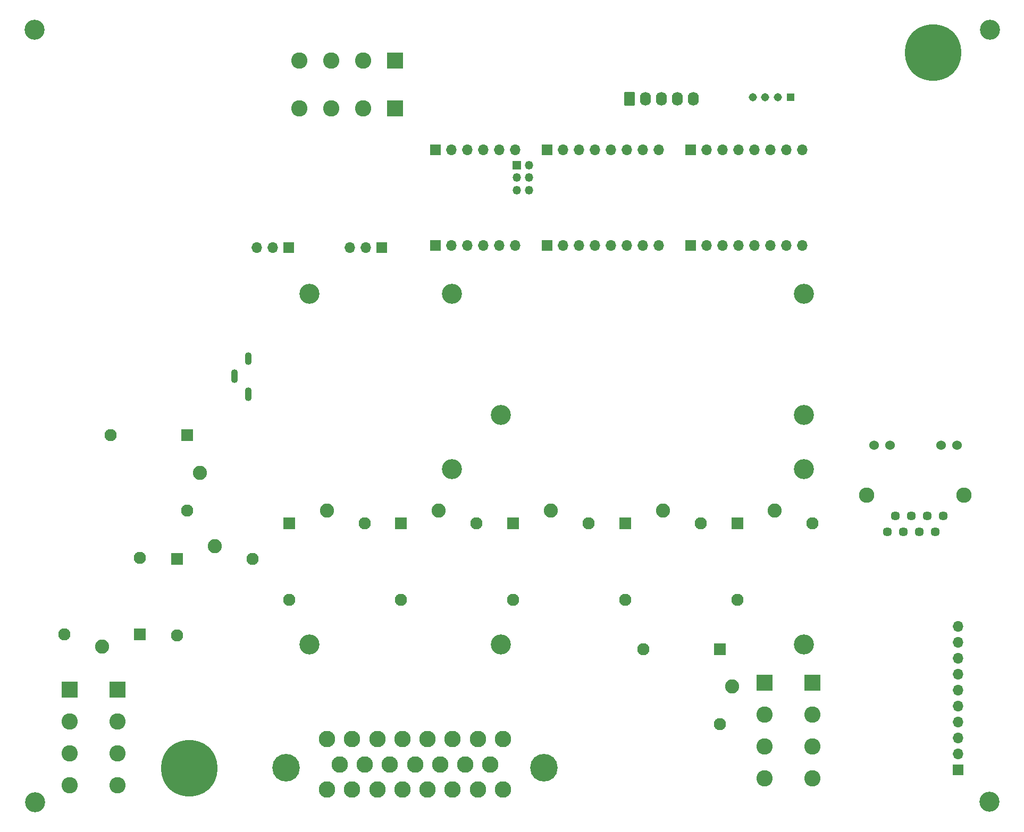
<source format=gbr>
%TF.GenerationSoftware,KiCad,Pcbnew,7.0.9*%
%TF.CreationDate,2024-05-20T07:51:08-06:00*%
%TF.ProjectId,RC11,52433131-2e6b-4696-9361-645f70636258,rev?*%
%TF.SameCoordinates,Original*%
%TF.FileFunction,Soldermask,Bot*%
%TF.FilePolarity,Negative*%
%FSLAX46Y46*%
G04 Gerber Fmt 4.6, Leading zero omitted, Abs format (unit mm)*
G04 Created by KiCad (PCBNEW 7.0.9) date 2024-05-20 07:51:08*
%MOMM*%
%LPD*%
G01*
G04 APERTURE LIST*
G04 Aperture macros list*
%AMRoundRect*
0 Rectangle with rounded corners*
0 $1 Rounding radius*
0 $2 $3 $4 $5 $6 $7 $8 $9 X,Y pos of 4 corners*
0 Add a 4 corners polygon primitive as box body*
4,1,4,$2,$3,$4,$5,$6,$7,$8,$9,$2,$3,0*
0 Add four circle primitives for the rounded corners*
1,1,$1+$1,$2,$3*
1,1,$1+$1,$4,$5*
1,1,$1+$1,$6,$7*
1,1,$1+$1,$8,$9*
0 Add four rect primitives between the rounded corners*
20,1,$1+$1,$2,$3,$4,$5,0*
20,1,$1+$1,$4,$5,$6,$7,0*
20,1,$1+$1,$6,$7,$8,$9,0*
20,1,$1+$1,$8,$9,$2,$3,0*%
G04 Aperture macros list end*
%ADD10C,2.625000*%
%ADD11C,4.395000*%
%ADD12C,0.001000*%
%ADD13C,1.446000*%
%ADD14C,1.530000*%
%ADD15C,2.445000*%
%ADD16R,1.950000X1.950000*%
%ADD17C,2.250000*%
%ADD18C,1.950000*%
%ADD19R,1.700000X1.700000*%
%ADD20O,1.700000X1.700000*%
%ADD21R,1.350000X1.350000*%
%ADD22O,1.350000X1.350000*%
%ADD23R,2.600000X2.600000*%
%ADD24C,2.600000*%
%ADD25C,3.200000*%
%ADD26R,1.308000X1.308000*%
%ADD27C,1.308000*%
%ADD28C,9.000000*%
%ADD29O,1.100000X2.000000*%
%ADD30O,1.100000X2.200000*%
%ADD31RoundRect,0.249999X-0.620001X-0.845001X0.620001X-0.845001X0.620001X0.845001X-0.620001X0.845001X0*%
%ADD32O,1.740000X2.190000*%
G04 APERTURE END LIST*
D10*
%TO.C,J8*%
X70000000Y-146500000D03*
X74000000Y-146500000D03*
X78000000Y-146500000D03*
X82000000Y-146500000D03*
X86000000Y-146500000D03*
X90000000Y-146500000D03*
X94000000Y-146500000D03*
X98000000Y-146500000D03*
X72000000Y-150500000D03*
X76000000Y-150500000D03*
X80000000Y-150500000D03*
X84000000Y-150500000D03*
X88000000Y-150500000D03*
X92000000Y-150500000D03*
X96000000Y-150500000D03*
X70000000Y-154500000D03*
X74000000Y-154500000D03*
X78000000Y-154500000D03*
X82000000Y-154500000D03*
X86000000Y-154500000D03*
X90000000Y-154500000D03*
X94000000Y-154500000D03*
X98000000Y-154500000D03*
D11*
X63500000Y-151000000D03*
X104500000Y-151000000D03*
%TD*%
D12*
%TO.C,J12*%
X157988000Y-104510800D03*
X169418000Y-104510800D03*
D13*
X168148000Y-110860800D03*
X166878000Y-113400800D03*
X165608000Y-110860800D03*
X164338000Y-113400800D03*
X163068000Y-110860800D03*
X161798000Y-113400800D03*
X160528000Y-110860800D03*
X159258000Y-113400800D03*
D14*
X170328000Y-99610800D03*
X167788000Y-99610800D03*
X159618000Y-99610800D03*
X157078000Y-99610800D03*
D15*
X171448000Y-107560800D03*
X155958000Y-107560800D03*
%TD*%
D16*
%TO.C,RLY8*%
X132537200Y-132115600D03*
D17*
X134537200Y-138115600D03*
D18*
X132537200Y-144115600D03*
X120337200Y-132115600D03*
%TD*%
D16*
%TO.C,RLY2*%
X46109466Y-117753400D03*
D17*
X52109466Y-115753400D03*
D18*
X58109466Y-117753400D03*
X46109466Y-129953400D03*
%TD*%
D16*
%TO.C,RLY3*%
X63948732Y-112080600D03*
D17*
X69948732Y-110080600D03*
D18*
X75948732Y-112080600D03*
X63948732Y-124280600D03*
%TD*%
D16*
%TO.C,RLY4*%
X81787998Y-112080600D03*
D17*
X87787998Y-110080600D03*
D18*
X93787998Y-112080600D03*
X81787998Y-124280600D03*
%TD*%
D16*
%TO.C,RLY5*%
X99627264Y-112080600D03*
D17*
X105627264Y-110080600D03*
D18*
X111627264Y-112080600D03*
X99627264Y-124280600D03*
%TD*%
D16*
%TO.C,RLY6*%
X117466530Y-112080600D03*
D17*
X123466530Y-110080600D03*
D18*
X129466530Y-112080600D03*
X117466530Y-124280600D03*
%TD*%
D16*
%TO.C,RLY7*%
X135305800Y-112080600D03*
D17*
X141305800Y-110080600D03*
D18*
X147305800Y-112080600D03*
X135305800Y-124280600D03*
%TD*%
D19*
%TO.C,J5*%
X127863600Y-67802800D03*
D20*
X130403600Y-67802800D03*
X132943600Y-67802800D03*
X135483600Y-67802800D03*
X138023600Y-67802800D03*
X140563600Y-67802800D03*
X143103600Y-67802800D03*
X145643600Y-67802800D03*
%TD*%
D19*
%TO.C,J7*%
X127863600Y-52562800D03*
D20*
X130403600Y-52562800D03*
X132943600Y-52562800D03*
X135483600Y-52562800D03*
X138023600Y-52562800D03*
X140563600Y-52562800D03*
X143103600Y-52562800D03*
X145643600Y-52562800D03*
%TD*%
D21*
%TO.C,J11*%
X100193600Y-55001200D03*
D22*
X102193600Y-55001200D03*
X100193600Y-57001200D03*
X102193600Y-57001200D03*
X100193600Y-59001200D03*
X102193600Y-59001200D03*
%TD*%
D23*
%TO.C,KF2*%
X139701400Y-137449600D03*
X147321400Y-137449600D03*
D24*
X147321400Y-142529600D03*
X139701400Y-142529600D03*
X139701400Y-147609600D03*
X147321400Y-147609600D03*
X147321400Y-152689600D03*
X139701400Y-152689600D03*
%TD*%
D25*
%TO.C, *%
X175514000Y-156466600D03*
%TD*%
%TO.C, *%
X23520400Y-156517400D03*
%TD*%
%TO.C, *%
X23393400Y-33444200D03*
%TD*%
%TO.C, *%
X175539400Y-33469600D03*
%TD*%
D19*
%TO.C,J4*%
X87223600Y-67802800D03*
D20*
X89763600Y-67802800D03*
X92303600Y-67802800D03*
X94843600Y-67802800D03*
X97383600Y-67802800D03*
X99923600Y-67802800D03*
%TD*%
D19*
%TO.C,J6*%
X105003600Y-67802800D03*
D20*
X107543600Y-67802800D03*
X110083600Y-67802800D03*
X112623600Y-67802800D03*
X115163600Y-67802800D03*
X117703600Y-67802800D03*
X120243600Y-67802800D03*
X122783600Y-67802800D03*
%TD*%
D19*
%TO.C,J15*%
X87223600Y-52562800D03*
D20*
X89763600Y-52562800D03*
X92303600Y-52562800D03*
X94843600Y-52562800D03*
X97383600Y-52562800D03*
X99923600Y-52562800D03*
%TD*%
D19*
%TO.C,J16*%
X105003600Y-52562800D03*
D20*
X107543600Y-52562800D03*
X110083600Y-52562800D03*
X112623600Y-52562800D03*
X115163600Y-52562800D03*
X117703600Y-52562800D03*
X120243600Y-52562800D03*
X122783600Y-52562800D03*
%TD*%
D26*
%TO.C,J21*%
X143766800Y-44219800D03*
D27*
X141766800Y-44219800D03*
X139766800Y-44219800D03*
X137766800Y-44219800D03*
%TD*%
D28*
%TO.C,J14*%
X166471600Y-37033200D03*
%TD*%
%TO.C,J17*%
X48082200Y-151104600D03*
%TD*%
D23*
%TO.C,KF1*%
X28982800Y-138592600D03*
X36602800Y-138592600D03*
D24*
X28982800Y-143672600D03*
X36602800Y-143672600D03*
X28982800Y-148752600D03*
X36602800Y-148752600D03*
X36602800Y-153832600D03*
X28982800Y-153832600D03*
%TD*%
D25*
%TO.C,REF\u002A\u002A*%
X67147800Y-131365600D03*
X97627800Y-131365600D03*
X145887800Y-103485600D03*
X67147800Y-75485600D03*
X89887800Y-75485600D03*
X97627800Y-94785600D03*
X145887800Y-94785600D03*
X145887800Y-131365600D03*
X89887800Y-103485600D03*
X145887800Y-75485600D03*
%TD*%
D16*
%TO.C,RLY1*%
X47726600Y-98018600D03*
D17*
X49726600Y-104018600D03*
D18*
X47726600Y-110018600D03*
X35526600Y-98018600D03*
%TD*%
D29*
%TO.C,J9*%
X57429400Y-85871400D03*
D30*
X57429400Y-91471400D03*
X55279400Y-88671400D03*
%TD*%
D19*
%TO.C,J10*%
X78689200Y-68158400D03*
D20*
X76149200Y-68158400D03*
X73609200Y-68158400D03*
%TD*%
D19*
%TO.C,J18*%
X63881000Y-68158400D03*
D20*
X61341000Y-68158400D03*
X58801000Y-68158400D03*
%TD*%
D19*
%TO.C,J19*%
X170510200Y-151394200D03*
D20*
X170510200Y-148854200D03*
X170510200Y-146314200D03*
X170510200Y-143774200D03*
X170510200Y-141234200D03*
X170510200Y-138694200D03*
X170510200Y-136154200D03*
X170510200Y-133614200D03*
X170510200Y-131074200D03*
X170510200Y-128534200D03*
%TD*%
D31*
%TO.C,J13*%
X118135400Y-44439800D03*
D32*
X120675400Y-44439800D03*
X123215400Y-44439800D03*
X125755400Y-44439800D03*
X128295400Y-44439800D03*
%TD*%
D16*
%TO.C,RLY9*%
X40182800Y-129753400D03*
D17*
X34182800Y-131753400D03*
D18*
X28182800Y-129753400D03*
X40182800Y-117553400D03*
%TD*%
D23*
%TO.C,KF3*%
X80797400Y-46000800D03*
X80797400Y-38380800D03*
D24*
X75717400Y-38380800D03*
X75717400Y-46000800D03*
X70637400Y-38380800D03*
X70637400Y-46000800D03*
X65557400Y-38380800D03*
X65557400Y-46000800D03*
%TD*%
M02*

</source>
